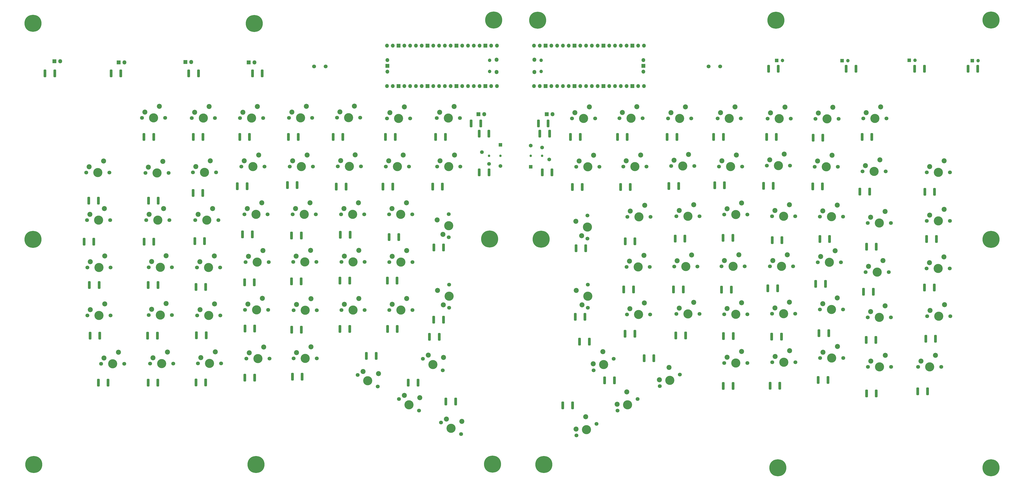
<source format=gbr>
%TF.GenerationSoftware,KiCad,Pcbnew,7.0.1-3b83917a11~172~ubuntu22.04.1*%
%TF.CreationDate,2023-03-22T13:00:23+01:00*%
%TF.ProjectId,Europe-ergo-smd,4575726f-7065-42d6-9572-676f2d736d64,rev?*%
%TF.SameCoordinates,Original*%
%TF.FileFunction,Soldermask,Top*%
%TF.FilePolarity,Negative*%
%FSLAX46Y46*%
G04 Gerber Fmt 4.6, Leading zero omitted, Abs format (unit mm)*
G04 Created by KiCad (PCBNEW 7.0.1-3b83917a11~172~ubuntu22.04.1) date 2023-03-22 13:00:23*
%MOMM*%
%LPD*%
G01*
G04 APERTURE LIST*
G04 Aperture macros list*
%AMRoundRect*
0 Rectangle with rounded corners*
0 $1 Rounding radius*
0 $2 $3 $4 $5 $6 $7 $8 $9 X,Y pos of 4 corners*
0 Add a 4 corners polygon primitive as box body*
4,1,4,$2,$3,$4,$5,$6,$7,$8,$9,$2,$3,0*
0 Add four circle primitives for the rounded corners*
1,1,$1+$1,$2,$3*
1,1,$1+$1,$4,$5*
1,1,$1+$1,$6,$7*
1,1,$1+$1,$8,$9*
0 Add four rect primitives between the rounded corners*
20,1,$1+$1,$2,$3,$4,$5,0*
20,1,$1+$1,$4,$5,$6,$7,0*
20,1,$1+$1,$6,$7,$8,$9,0*
20,1,$1+$1,$8,$9,$2,$3,0*%
G04 Aperture macros list end*
%ADD10RoundRect,0.250000X-0.312500X-1.450000X0.312500X-1.450000X0.312500X1.450000X-0.312500X1.450000X0*%
%ADD11RoundRect,0.250000X0.312500X1.450000X-0.312500X1.450000X-0.312500X-1.450000X0.312500X-1.450000X0*%
%ADD12C,7.500000*%
%ADD13C,1.700000*%
%ADD14C,4.000000*%
%ADD15C,2.200000*%
%ADD16R,1.500000X1.500000*%
%ADD17O,1.500000X1.500000*%
%ADD18R,1.800000X1.800000*%
%ADD19O,1.800000X1.800000*%
%ADD20C,1.100000*%
%ADD21R,1.650000X1.650000*%
%ADD22C,1.650000*%
%ADD23O,1.700000X1.700000*%
%ADD24R,1.700000X1.700000*%
G04 APERTURE END LIST*
D10*
%TO.C,R14*%
X296322500Y-82500000D03*
X300597500Y-82500000D03*
%TD*%
%TO.C,R13*%
X296402500Y-99500000D03*
X300677500Y-99500000D03*
%TD*%
D11*
%TO.C,R12*%
X327227500Y-82500000D03*
X322952500Y-82500000D03*
%TD*%
%TO.C,R11*%
X328307500Y-99500000D03*
X324032500Y-99500000D03*
%TD*%
D10*
%TO.C,R10*%
X322322500Y-78000000D03*
X326597500Y-78000000D03*
%TD*%
%TO.C,R9*%
X510872500Y-54000000D03*
X515147500Y-54000000D03*
%TD*%
D11*
%TO.C,R8*%
X491767500Y-54000000D03*
X487492500Y-54000000D03*
%TD*%
%TO.C,R7*%
X461687500Y-54000000D03*
X457412500Y-54000000D03*
%TD*%
D10*
%TO.C,R6*%
X423332500Y-54000000D03*
X427607500Y-54000000D03*
%TD*%
%TO.C,R5*%
X292782500Y-78000000D03*
X297057500Y-78000000D03*
%TD*%
D11*
%TO.C,R4*%
X201137500Y-56000000D03*
X196862500Y-56000000D03*
%TD*%
%TO.C,R3*%
X173137500Y-56000000D03*
X168862500Y-56000000D03*
%TD*%
D10*
%TO.C,R2*%
X134782500Y-56000000D03*
X139057500Y-56000000D03*
%TD*%
%TO.C,R1*%
X105782500Y-56000000D03*
X110057500Y-56000000D03*
%TD*%
%TO.C,D104*%
X424032500Y-193340000D03*
X428307500Y-193340000D03*
%TD*%
%TO.C,D103*%
X403482500Y-193470000D03*
X407757500Y-193470000D03*
%TD*%
%TO.C,D102*%
X193522500Y-189800000D03*
X197797500Y-189800000D03*
%TD*%
%TO.C,D101*%
X445152500Y-190840000D03*
X449427500Y-190840000D03*
%TD*%
%TO.C,D100*%
X214362500Y-189340000D03*
X218637500Y-189340000D03*
%TD*%
%TO.C,D99*%
X172062500Y-191900000D03*
X176337500Y-191900000D03*
%TD*%
%TO.C,D98*%
X488832500Y-195840000D03*
X493107500Y-195840000D03*
%TD*%
%TO.C,D97*%
X466352500Y-196700000D03*
X470627500Y-196700000D03*
%TD*%
%TO.C,D96*%
X368722500Y-181240000D03*
X372997500Y-181240000D03*
%TD*%
%TO.C,D95*%
X351412500Y-191000000D03*
X355687500Y-191000000D03*
%TD*%
%TO.C,D94*%
X333052500Y-202000000D03*
X337327500Y-202000000D03*
%TD*%
%TO.C,D93*%
X281752100Y-200284700D03*
X286027100Y-200284700D03*
%TD*%
%TO.C,D92*%
X265242500Y-192000000D03*
X269517500Y-192000000D03*
%TD*%
%TO.C,D91*%
X246862500Y-180250000D03*
X251137500Y-180250000D03*
%TD*%
%TO.C,D90*%
X151052500Y-192000000D03*
X155327500Y-192000000D03*
%TD*%
%TO.C,D89*%
X129222500Y-192000000D03*
X133497500Y-192000000D03*
%TD*%
%TO.C,D88*%
X360382500Y-170525000D03*
X364657500Y-170525000D03*
%TD*%
%TO.C,D87*%
X256142500Y-168380000D03*
X260417500Y-168380000D03*
%TD*%
%TO.C,D86*%
X445482500Y-170260000D03*
X449757500Y-170260000D03*
%TD*%
%TO.C,D85*%
X424722500Y-171760000D03*
X428997500Y-171760000D03*
%TD*%
%TO.C,D84*%
X403582500Y-171520000D03*
X407857500Y-171520000D03*
%TD*%
%TO.C,D83*%
X382662500Y-171260000D03*
X386937500Y-171260000D03*
%TD*%
%TO.C,D82*%
X235242500Y-168380000D03*
X239517500Y-168380000D03*
%TD*%
%TO.C,D81*%
X214052500Y-168720000D03*
X218327500Y-168720000D03*
%TD*%
%TO.C,D80*%
X193562500Y-168180000D03*
X197837500Y-168180000D03*
%TD*%
%TO.C,D79*%
X172252500Y-171180000D03*
X176527500Y-171180000D03*
%TD*%
%TO.C,D78*%
X492337500Y-172660000D03*
X496612500Y-172660000D03*
%TD*%
%TO.C,D77*%
X466182500Y-173220000D03*
X470457500Y-173220000D03*
%TD*%
%TO.C,D76*%
X338502500Y-163000000D03*
X342777500Y-163000000D03*
%TD*%
%TO.C,D75*%
X340422500Y-173970600D03*
X344697500Y-173970600D03*
%TD*%
%TO.C,D74*%
X274522500Y-171880000D03*
X278797500Y-171880000D03*
%TD*%
%TO.C,D73*%
X276382500Y-164280000D03*
X280657500Y-164280000D03*
%TD*%
%TO.C,D72*%
X150822500Y-171380000D03*
X155097500Y-171380000D03*
%TD*%
%TO.C,D71*%
X125562500Y-171380000D03*
X129837500Y-171380000D03*
%TD*%
%TO.C,D70*%
X444052500Y-148565000D03*
X448327500Y-148565000D03*
%TD*%
%TO.C,D69*%
X423062500Y-150540000D03*
X427337500Y-150540000D03*
%TD*%
%TO.C,D68*%
X402725000Y-151100000D03*
X407000000Y-151100000D03*
%TD*%
%TO.C,D67*%
X381662500Y-151040000D03*
X385937500Y-151040000D03*
%TD*%
%TO.C,D66*%
X359792500Y-151040000D03*
X364067500Y-151040000D03*
%TD*%
%TO.C,D65*%
X193372500Y-147900000D03*
X197647500Y-147900000D03*
%TD*%
%TO.C,D64*%
X172042500Y-149900000D03*
X176317500Y-149900000D03*
%TD*%
%TO.C,D63*%
X256052500Y-147100000D03*
X260327500Y-147100000D03*
%TD*%
%TO.C,D62*%
X235252500Y-147100000D03*
X239527500Y-147100000D03*
%TD*%
%TO.C,D61*%
X213972500Y-147440000D03*
X218247500Y-147440000D03*
%TD*%
%TO.C,D60*%
X491807500Y-150205000D03*
X496082500Y-150205000D03*
%TD*%
%TO.C,D59*%
X465052500Y-152040000D03*
X469327500Y-152040000D03*
%TD*%
%TO.C,D58*%
X151082500Y-149100000D03*
X155357500Y-149100000D03*
%TD*%
%TO.C,D57*%
X125272500Y-149100000D03*
X129547500Y-149100000D03*
%TD*%
%TO.C,D56*%
X424962500Y-129340000D03*
X429237500Y-129340000D03*
%TD*%
%TO.C,D55*%
X403382500Y-128360000D03*
X407657500Y-128360000D03*
%TD*%
%TO.C,D54*%
X445882500Y-128840000D03*
X450157500Y-128840000D03*
%TD*%
%TO.C,D53*%
X214002500Y-127340000D03*
X218277500Y-127340000D03*
%TD*%
%TO.C,D52*%
X192492500Y-126800000D03*
X196767500Y-126800000D03*
%TD*%
%TO.C,D51*%
X382382500Y-128700000D03*
X386657500Y-128700000D03*
%TD*%
%TO.C,D50*%
X360412500Y-129840000D03*
X364687500Y-129840000D03*
%TD*%
%TO.C,D49*%
X171552500Y-129800000D03*
X175827500Y-129800000D03*
%TD*%
%TO.C,D48*%
X256782500Y-128000000D03*
X261057500Y-128000000D03*
%TD*%
%TO.C,D47*%
X235402500Y-127000000D03*
X239677500Y-127000000D03*
%TD*%
%TO.C,D46*%
X492717500Y-128800000D03*
X496992500Y-128800000D03*
%TD*%
%TO.C,D45*%
X466362500Y-132200000D03*
X470637500Y-132200000D03*
%TD*%
%TO.C,D44*%
X338862500Y-132920000D03*
X343137500Y-132920000D03*
%TD*%
%TO.C,D35*%
X276422500Y-132540000D03*
X280697500Y-132540000D03*
%TD*%
%TO.C,D34*%
X149262500Y-130000000D03*
X153537500Y-130000000D03*
%TD*%
%TO.C,D33*%
X122962500Y-130000000D03*
X127237500Y-130000000D03*
%TD*%
%TO.C,D30*%
X442722500Y-105740000D03*
X446997500Y-105740000D03*
%TD*%
%TO.C,D29*%
X421122500Y-105505000D03*
X425397500Y-105505000D03*
%TD*%
%TO.C,D28*%
X399722500Y-105225000D03*
X403997500Y-105225000D03*
%TD*%
%TO.C,D27*%
X379622500Y-105565000D03*
X383897500Y-105565000D03*
%TD*%
%TO.C,D26*%
X358422500Y-106005000D03*
X362697500Y-106005000D03*
%TD*%
%TO.C,D25*%
X254142500Y-105800000D03*
X258417500Y-105800000D03*
%TD*%
%TO.C,D24*%
X233662500Y-105800000D03*
X237937500Y-105800000D03*
%TD*%
%TO.C,D23*%
X212162500Y-105140000D03*
X216437500Y-105140000D03*
%TD*%
%TO.C,D22*%
X190222500Y-105600000D03*
X194497500Y-105600000D03*
%TD*%
%TO.C,D21*%
X170762500Y-108600000D03*
X175037500Y-108600000D03*
%TD*%
%TO.C,D20*%
X491907500Y-108065000D03*
X496182500Y-108065000D03*
%TD*%
%TO.C,D19*%
X463422500Y-108005000D03*
X467697500Y-108005000D03*
%TD*%
%TO.C,D18*%
X337272500Y-106005000D03*
X341547500Y-106005000D03*
%TD*%
%TO.C,D17*%
X275942500Y-105800000D03*
X280217500Y-105800000D03*
%TD*%
%TO.C,D16*%
X151242500Y-112000000D03*
X155517500Y-112000000D03*
%TD*%
%TO.C,D15*%
X124972500Y-112000000D03*
X129247500Y-112000000D03*
%TD*%
%TO.C,D14*%
X399252500Y-84000000D03*
X403527500Y-84000000D03*
%TD*%
%TO.C,D13*%
X378862500Y-84000000D03*
X383137500Y-84000000D03*
%TD*%
%TO.C,D12*%
X232242500Y-84000000D03*
X236517500Y-84000000D03*
%TD*%
%TO.C,D11*%
X212662500Y-84000000D03*
X216937500Y-84000000D03*
%TD*%
%TO.C,D10*%
X422512500Y-84000000D03*
X426787500Y-84000000D03*
%TD*%
%TO.C,D9*%
X357052500Y-84000000D03*
X361327500Y-84000000D03*
%TD*%
%TO.C,D8*%
X336412500Y-84000000D03*
X340687500Y-84000000D03*
%TD*%
%TO.C,D7*%
X464382500Y-84000000D03*
X468657500Y-84000000D03*
%TD*%
%TO.C,D6*%
X442912500Y-84260000D03*
X447187500Y-84260000D03*
%TD*%
%TO.C,D5*%
X277242500Y-84000000D03*
X281517500Y-84000000D03*
%TD*%
%TO.C,D4*%
X255242500Y-84000000D03*
X259517500Y-84000000D03*
%TD*%
%TO.C,D3*%
X191262500Y-84000000D03*
X195537500Y-84000000D03*
%TD*%
%TO.C,D2*%
X170862500Y-84000000D03*
X175137500Y-84000000D03*
%TD*%
%TO.C,D1*%
X149242500Y-84000000D03*
X153517500Y-84000000D03*
%TD*%
D12*
%TO.C,H13*%
X302750000Y-32600000D03*
%TD*%
D13*
%TO.C,SW41*%
X343900000Y-128700000D03*
D14*
X343900000Y-123620000D03*
D13*
X343900000Y-118540000D03*
D15*
X338820000Y-121080000D03*
X341360000Y-127430000D03*
%TD*%
D13*
%TO.C,SW64*%
X151340000Y-162280000D03*
D14*
X156420000Y-162280000D03*
D13*
X161500000Y-162280000D03*
D15*
X158960000Y-157200000D03*
X152610000Y-159740000D03*
%TD*%
D13*
%TO.C,SW48*%
X492775000Y-120880000D03*
D14*
X497855000Y-120880000D03*
D13*
X502935000Y-120880000D03*
D15*
X500395000Y-115800000D03*
X494045000Y-118340000D03*
%TD*%
D12*
%TO.C,H6*%
X521000000Y-32600000D03*
%TD*%
D16*
%TO.C,D42*%
X512730000Y-50440000D03*
D17*
X515270000Y-50440000D03*
%TD*%
D13*
%TO.C,SW45*%
X424920000Y-118880000D03*
D14*
X430000000Y-118880000D03*
D13*
X435080000Y-118880000D03*
D15*
X432540000Y-113800000D03*
X426190000Y-116340000D03*
%TD*%
D13*
%TO.C,SW76*%
X403920000Y-161960000D03*
D14*
X409000000Y-161960000D03*
D13*
X414080000Y-161960000D03*
D15*
X411540000Y-156880000D03*
X405190000Y-159420000D03*
%TD*%
D13*
%TO.C,SW83*%
X172920000Y-183500000D03*
D14*
X178000000Y-183500000D03*
D13*
X183080000Y-183500000D03*
D15*
X180540000Y-178420000D03*
X174190000Y-180960000D03*
%TD*%
D13*
%TO.C,SW62*%
X492675000Y-141800000D03*
D14*
X497755000Y-141800000D03*
D13*
X502835000Y-141800000D03*
D15*
X500295000Y-136720000D03*
X493945000Y-139260000D03*
%TD*%
D13*
%TO.C,SW47*%
X466920000Y-121840000D03*
D14*
X472000000Y-121840000D03*
D13*
X477080000Y-121840000D03*
D15*
X474540000Y-116760000D03*
X468190000Y-119300000D03*
%TD*%
D12*
%TO.C,H5*%
X100900000Y-228000000D03*
%TD*%
D13*
%TO.C,SW91*%
X375600586Y-193540009D03*
D14*
X379999995Y-191000009D03*
D13*
X384399405Y-188460009D03*
D15*
X379659700Y-185330600D03*
X375430439Y-190705305D03*
%TD*%
D13*
%TO.C,SW75*%
X382920000Y-161800000D03*
D14*
X388000000Y-161800000D03*
D13*
X393080000Y-161800000D03*
D15*
X390540000Y-156720000D03*
X384190000Y-159260000D03*
%TD*%
D12*
%TO.C,H1*%
X100500000Y-34000000D03*
%TD*%
D13*
%TO.C,SW40*%
X283000000Y-128080000D03*
D14*
X283000000Y-123000000D03*
D13*
X283000000Y-117920000D03*
D15*
X277920000Y-120460000D03*
X280460000Y-126810000D03*
%TD*%
D13*
%TO.C,SW61*%
X465920000Y-143380000D03*
D14*
X471000000Y-143380000D03*
D13*
X476080000Y-143380000D03*
D15*
X473540000Y-138300000D03*
X467190000Y-140840000D03*
%TD*%
D13*
%TO.C,SW13*%
X443920000Y-76000000D03*
D14*
X449000000Y-76000000D03*
D13*
X454080000Y-76000000D03*
D15*
X451540000Y-70920000D03*
X445190000Y-73460000D03*
%TD*%
D13*
%TO.C,SW39*%
X256840000Y-118000000D03*
D14*
X261920000Y-118000000D03*
D13*
X267000000Y-118000000D03*
D15*
X264460000Y-112920000D03*
X258110000Y-115460000D03*
%TD*%
D13*
%TO.C,SW36*%
X193340000Y-118000000D03*
D14*
X198420000Y-118000000D03*
D13*
X203500000Y-118000000D03*
D15*
X200960000Y-112920000D03*
X194610000Y-115460000D03*
%TD*%
D12*
%TO.C,H16*%
X427400000Y-229450000D03*
%TD*%
D13*
%TO.C,SW29*%
X422590000Y-96610000D03*
D14*
X427670000Y-96610000D03*
D13*
X432750000Y-96610000D03*
D15*
X430210000Y-91530000D03*
X423860000Y-94070000D03*
%TD*%
D13*
%TO.C,SW58*%
X402730000Y-140840000D03*
D14*
X407810000Y-140840000D03*
D13*
X412890000Y-140840000D03*
D15*
X410350000Y-135760000D03*
X404000000Y-138300000D03*
%TD*%
D13*
%TO.C,SW60*%
X444920000Y-139040000D03*
D14*
X450000000Y-139040000D03*
D13*
X455080000Y-139040000D03*
D15*
X452540000Y-133960000D03*
X446190000Y-136500000D03*
%TD*%
D13*
%TO.C,SW84*%
X194200000Y-181400000D03*
D14*
X199280000Y-181400000D03*
D13*
X204360000Y-181400000D03*
D15*
X201820000Y-176320000D03*
X195470000Y-178860000D03*
%TD*%
D12*
%TO.C,H2*%
X521000000Y-229450000D03*
%TD*%
D13*
%TO.C,SW6*%
X255920000Y-75800000D03*
D14*
X261000000Y-75800000D03*
D13*
X266080000Y-75800000D03*
D15*
X263540000Y-70720000D03*
X257190000Y-73260000D03*
%TD*%
D18*
%TO.C,D38*%
X296000000Y-74000000D03*
D19*
X298540000Y-74000000D03*
%TD*%
D13*
%TO.C,SW50*%
X151350000Y-141300000D03*
D14*
X156430000Y-141300000D03*
D13*
X161510000Y-141300000D03*
D15*
X158970000Y-136220000D03*
X152620000Y-138760000D03*
%TD*%
D13*
%TO.C,SW46*%
X445920000Y-118980000D03*
D14*
X451000000Y-118980000D03*
D13*
X456080000Y-118980000D03*
D15*
X453540000Y-113900000D03*
X447190000Y-116440000D03*
%TD*%
D13*
%TO.C,SW96*%
X488990000Y-185080000D03*
D14*
X494070000Y-185080000D03*
D13*
X499150000Y-185080000D03*
D15*
X496610000Y-180000000D03*
X490260000Y-182540000D03*
%TD*%
D13*
%TO.C,SW44*%
X403920000Y-118100000D03*
D14*
X409000000Y-118100000D03*
D13*
X414080000Y-118100000D03*
D15*
X411540000Y-113020000D03*
X405190000Y-115560000D03*
%TD*%
D13*
%TO.C,SW34*%
X150220000Y-120500000D03*
D14*
X155300000Y-120500000D03*
D13*
X160380000Y-120500000D03*
D15*
X157840000Y-115420000D03*
X151490000Y-117960000D03*
%TD*%
D13*
%TO.C,SW22*%
X234320000Y-96900000D03*
D14*
X239400000Y-96900000D03*
D13*
X244480000Y-96900000D03*
D15*
X241940000Y-91820000D03*
X235590000Y-94360000D03*
%TD*%
D13*
%TO.C,SW18*%
X149920000Y-99800000D03*
D14*
X155000000Y-99800000D03*
D13*
X160080000Y-99800000D03*
D15*
X157540000Y-94720000D03*
X151190000Y-97260000D03*
%TD*%
D13*
%TO.C,SW80*%
X492975000Y-162800000D03*
D14*
X498055000Y-162800000D03*
D13*
X503135000Y-162800000D03*
D15*
X500595000Y-157720000D03*
X494245000Y-160260000D03*
%TD*%
D13*
%TO.C,SW17*%
X123880000Y-99600000D03*
D14*
X128960000Y-99600000D03*
D13*
X134040000Y-99600000D03*
D15*
X131500000Y-94520000D03*
X125150000Y-97060000D03*
%TD*%
D13*
%TO.C,SW2*%
X170180000Y-75700000D03*
D14*
X175260000Y-75700000D03*
D13*
X180340000Y-75700000D03*
D15*
X177800000Y-70620000D03*
X171450000Y-73160000D03*
%TD*%
D13*
%TO.C,SW42*%
X361350000Y-119080000D03*
D14*
X366430000Y-119080000D03*
D13*
X371510000Y-119080000D03*
D15*
X368970000Y-114000000D03*
X362620000Y-116540000D03*
%TD*%
D13*
%TO.C,SW9*%
X357920000Y-75740000D03*
D14*
X363000000Y-75740000D03*
D13*
X368080000Y-75740000D03*
D15*
X365540000Y-70660000D03*
X359190000Y-73200000D03*
%TD*%
D13*
%TO.C,SW19*%
X170730000Y-99540000D03*
D14*
X175810000Y-99540000D03*
D13*
X180890000Y-99540000D03*
D15*
X178350000Y-94460000D03*
X172000000Y-97000000D03*
%TD*%
D12*
%TO.C,H10*%
X322000000Y-32650000D03*
%TD*%
D13*
%TO.C,SW70*%
X283180000Y-159080000D03*
D14*
X283180000Y-154000000D03*
D13*
X283180000Y-148920000D03*
D15*
X278100000Y-151460000D03*
X280640000Y-157810000D03*
%TD*%
D13*
%TO.C,SW11*%
X401000000Y-75860000D03*
D14*
X406080000Y-75860000D03*
D13*
X411160000Y-75860000D03*
D15*
X408620000Y-70780000D03*
X402270000Y-73320000D03*
%TD*%
D13*
%TO.C,SW89*%
X339010586Y-215200009D03*
D14*
X343409995Y-212660009D03*
D13*
X347809405Y-210120009D03*
D15*
X343069700Y-206990600D03*
X338840439Y-212365305D03*
%TD*%
D16*
%TO.C,D40*%
X455614700Y-50440000D03*
D17*
X458154700Y-50440000D03*
%TD*%
D13*
%TO.C,SW94*%
X445990000Y-181180000D03*
D14*
X451070000Y-181180000D03*
D13*
X456150000Y-181180000D03*
D15*
X453610000Y-176100000D03*
X447260000Y-178640000D03*
%TD*%
D13*
%TO.C,SW1*%
X148380000Y-75600000D03*
D14*
X153460000Y-75600000D03*
D13*
X158540000Y-75600000D03*
D15*
X156000000Y-70520000D03*
X149650000Y-73060000D03*
%TD*%
D12*
%TO.C,H8*%
X426550000Y-32650000D03*
%TD*%
D13*
%TO.C,SW53*%
X214760000Y-138940000D03*
D14*
X219840000Y-138940000D03*
D13*
X224920000Y-138940000D03*
D15*
X222380000Y-133860000D03*
X216030000Y-136400000D03*
%TD*%
D13*
%TO.C,SW56*%
X361050000Y-141080000D03*
D14*
X366130000Y-141080000D03*
D13*
X371210000Y-141080000D03*
D15*
X368670000Y-136000000D03*
X362320000Y-138540000D03*
%TD*%
D13*
%TO.C,SW72*%
X346600586Y-186540009D03*
D14*
X350999995Y-184000009D03*
D13*
X355399405Y-181460009D03*
D15*
X350659700Y-178330600D03*
X346430439Y-183705305D03*
%TD*%
D13*
%TO.C,SW78*%
X445920000Y-159800000D03*
D14*
X451000000Y-159800000D03*
D13*
X456080000Y-159800000D03*
D15*
X453540000Y-154720000D03*
X447190000Y-157260000D03*
%TD*%
D13*
%TO.C,SW77*%
X424920000Y-161720000D03*
D14*
X430000000Y-161720000D03*
D13*
X435080000Y-161720000D03*
D15*
X432540000Y-156640000D03*
X426190000Y-159180000D03*
%TD*%
D13*
%TO.C,SW28*%
X401590000Y-97000000D03*
D14*
X406670000Y-97000000D03*
D13*
X411750000Y-97000000D03*
D15*
X409210000Y-91920000D03*
X402860000Y-94460000D03*
%TD*%
D18*
%TO.C,D32*%
X138100000Y-51200000D03*
D19*
X140640000Y-51200000D03*
%TD*%
D13*
%TO.C,SW95*%
X466990000Y-185080000D03*
D14*
X472070000Y-185080000D03*
D13*
X477150000Y-185080000D03*
D15*
X474610000Y-180000000D03*
X468260000Y-182540000D03*
%TD*%
D13*
%TO.C,SW3*%
X191380000Y-75700000D03*
D14*
X196460000Y-75700000D03*
D13*
X201540000Y-75700000D03*
D15*
X199000000Y-70620000D03*
X192650000Y-73160000D03*
%TD*%
D13*
%TO.C,SW7*%
X277720000Y-75700000D03*
D14*
X282800000Y-75700000D03*
D13*
X287880000Y-75700000D03*
D15*
X285340000Y-70620000D03*
X278990000Y-73160000D03*
%TD*%
D13*
%TO.C,SW55*%
X256920000Y-139000000D03*
D14*
X262000000Y-139000000D03*
D13*
X267080000Y-139000000D03*
D15*
X264540000Y-133920000D03*
X258190000Y-136460000D03*
%TD*%
D13*
%TO.C,SW57*%
X381920000Y-140980000D03*
D14*
X387000000Y-140980000D03*
D13*
X392080000Y-140980000D03*
D15*
X389540000Y-135900000D03*
X383190000Y-138440000D03*
%TD*%
D12*
%TO.C,H15*%
X302200000Y-227800000D03*
%TD*%
%TO.C,H9*%
X300900000Y-128800000D03*
%TD*%
%TO.C,H7*%
X100500000Y-129000000D03*
%TD*%
%TO.C,H4*%
X521000000Y-129000000D03*
%TD*%
D13*
%TO.C,SW14*%
X464920000Y-75840000D03*
D14*
X470000000Y-75840000D03*
D13*
X475080000Y-75840000D03*
D15*
X472540000Y-70760000D03*
X466190000Y-73300000D03*
%TD*%
D13*
%TO.C,SW52*%
X193840000Y-139000000D03*
D14*
X198920000Y-139000000D03*
D13*
X204000000Y-139000000D03*
D15*
X201460000Y-133920000D03*
X195110000Y-136460000D03*
%TD*%
D16*
%TO.C,D39*%
X426914700Y-50340000D03*
D17*
X429454700Y-50340000D03*
%TD*%
D13*
%TO.C,SW71*%
X271600586Y-181460009D03*
D14*
X275999995Y-184000009D03*
D13*
X280399405Y-186540009D03*
D15*
X280739700Y-180870600D03*
X273970439Y-179895305D03*
%TD*%
D13*
%TO.C,SW67*%
X214920000Y-160120000D03*
D14*
X220000000Y-160120000D03*
D13*
X225080000Y-160120000D03*
D15*
X222540000Y-155040000D03*
X216190000Y-157580000D03*
%TD*%
D13*
%TO.C,SW49*%
X124380000Y-141400000D03*
D14*
X129460000Y-141400000D03*
D13*
X134540000Y-141400000D03*
D15*
X132000000Y-136320000D03*
X125650000Y-138860000D03*
%TD*%
D13*
%TO.C,SW21*%
X213220000Y-97040000D03*
D14*
X218300000Y-97040000D03*
D13*
X223380000Y-97040000D03*
D15*
X220840000Y-91960000D03*
X214490000Y-94500000D03*
%TD*%
D13*
%TO.C,SW82*%
X151920000Y-183580000D03*
D14*
X157000000Y-183580000D03*
D13*
X162080000Y-183580000D03*
D15*
X159540000Y-178500000D03*
X153190000Y-181040000D03*
%TD*%
D12*
%TO.C,H14*%
X324750000Y-228000000D03*
%TD*%
D13*
%TO.C,SW27*%
X380590000Y-96740000D03*
D14*
X385670000Y-96740000D03*
D13*
X390750000Y-96740000D03*
D15*
X388210000Y-91660000D03*
X381860000Y-94200000D03*
%TD*%
D18*
%TO.C,D31*%
X109900000Y-50700000D03*
D19*
X112440000Y-50700000D03*
%TD*%
D13*
%TO.C,SW32*%
X492775000Y-99540000D03*
D14*
X497855000Y-99540000D03*
D13*
X502935000Y-99540000D03*
D15*
X500395000Y-94460000D03*
X494045000Y-97000000D03*
%TD*%
D13*
%TO.C,SW79*%
X466920000Y-163260000D03*
D14*
X472000000Y-163260000D03*
D13*
X477080000Y-163260000D03*
D15*
X474540000Y-158180000D03*
X468190000Y-160720000D03*
%TD*%
D13*
%TO.C,SW66*%
X193580000Y-159980000D03*
D14*
X198660000Y-159980000D03*
D13*
X203740000Y-159980000D03*
D15*
X201200000Y-154900000D03*
X194850000Y-157440000D03*
%TD*%
D13*
%TO.C,SW63*%
X124380000Y-162480000D03*
D14*
X129460000Y-162480000D03*
D13*
X134540000Y-162480000D03*
D15*
X132000000Y-157400000D03*
X125650000Y-159940000D03*
%TD*%
D13*
%TO.C,SW90*%
X357070586Y-204300009D03*
D14*
X361469995Y-201760009D03*
D13*
X365869405Y-199220009D03*
D15*
X361129700Y-196090600D03*
X356900439Y-201465305D03*
%TD*%
D13*
%TO.C,SW92*%
X403920000Y-183340000D03*
D14*
X409000000Y-183340000D03*
D13*
X414080000Y-183340000D03*
D15*
X411540000Y-178260000D03*
X405190000Y-180800000D03*
%TD*%
D18*
%TO.C,D43*%
X326000000Y-74000000D03*
D19*
X328540000Y-74000000D03*
%TD*%
D13*
%TO.C,SW87*%
X261140586Y-199180009D03*
D14*
X265539995Y-201720009D03*
D13*
X269939405Y-204260009D03*
D15*
X270279700Y-198590600D03*
X263510439Y-197615305D03*
%TD*%
D13*
%TO.C,SW4*%
X212920000Y-75600000D03*
D14*
X218000000Y-75600000D03*
D13*
X223080000Y-75600000D03*
D15*
X220540000Y-70520000D03*
X214190000Y-73060000D03*
%TD*%
D13*
%TO.C,SW37*%
X214460000Y-118040000D03*
D14*
X219540000Y-118040000D03*
D13*
X224620000Y-118040000D03*
D15*
X222080000Y-112960000D03*
X215730000Y-115500000D03*
%TD*%
D13*
%TO.C,SW33*%
X124240000Y-120500000D03*
D14*
X129320000Y-120500000D03*
D13*
X134400000Y-120500000D03*
D15*
X131860000Y-115420000D03*
X125510000Y-117960000D03*
%TD*%
D13*
%TO.C,SW51*%
X172530000Y-141400000D03*
D14*
X177610000Y-141400000D03*
D13*
X182690000Y-141400000D03*
D15*
X180150000Y-136320000D03*
X173800000Y-138860000D03*
%TD*%
D13*
%TO.C,SW5*%
X233920000Y-75500000D03*
D14*
X239000000Y-75500000D03*
D13*
X244080000Y-75500000D03*
D15*
X241540000Y-70420000D03*
X235190000Y-72960000D03*
%TD*%
D13*
%TO.C,SW12*%
X422920000Y-75940000D03*
D14*
X428000000Y-75940000D03*
D13*
X433080000Y-75940000D03*
D15*
X430540000Y-70860000D03*
X424190000Y-73400000D03*
%TD*%
D12*
%TO.C,H11*%
X198400000Y-228000000D03*
%TD*%
D13*
%TO.C,SW31*%
X464590000Y-99080000D03*
D14*
X469670000Y-99080000D03*
D13*
X474750000Y-99080000D03*
D15*
X472210000Y-94000000D03*
X465860000Y-96540000D03*
%TD*%
D12*
%TO.C,H12*%
X323550000Y-128900000D03*
%TD*%
D13*
%TO.C,SW43*%
X382920000Y-118840000D03*
D14*
X388000000Y-118840000D03*
D13*
X393080000Y-118840000D03*
D15*
X390540000Y-113760000D03*
X384190000Y-116300000D03*
%TD*%
D13*
%TO.C,SW85*%
X214920000Y-181340000D03*
D14*
X220000000Y-181340000D03*
D13*
X225080000Y-181340000D03*
D15*
X222540000Y-176260000D03*
X216190000Y-178800000D03*
%TD*%
D18*
%TO.C,D37*%
X195200000Y-51200000D03*
D19*
X197740000Y-51200000D03*
%TD*%
D13*
%TO.C,SW8*%
X337050000Y-75840000D03*
D14*
X342130000Y-75840000D03*
D13*
X347210000Y-75840000D03*
D15*
X344670000Y-70760000D03*
X338320000Y-73300000D03*
%TD*%
D13*
%TO.C,SW10*%
X379260000Y-75840000D03*
D14*
X384340000Y-75840000D03*
D13*
X389420000Y-75840000D03*
D15*
X386880000Y-70760000D03*
X380530000Y-73300000D03*
%TD*%
D13*
%TO.C,SW68*%
X235920000Y-160080000D03*
D14*
X241000000Y-160080000D03*
D13*
X246080000Y-160080000D03*
D15*
X243540000Y-155000000D03*
X237190000Y-157540000D03*
%TD*%
D13*
%TO.C,SW26*%
X359590000Y-96980000D03*
D14*
X364670000Y-96980000D03*
D13*
X369750000Y-96980000D03*
D15*
X367210000Y-91900000D03*
X360860000Y-94440000D03*
%TD*%
D13*
%TO.C,SW24*%
X277920000Y-97000000D03*
D14*
X283000000Y-97000000D03*
D13*
X288080000Y-97000000D03*
D15*
X285540000Y-91920000D03*
X279190000Y-94460000D03*
%TD*%
D13*
%TO.C,SW38*%
X235760000Y-118000000D03*
D14*
X240840000Y-118000000D03*
D13*
X245920000Y-118000000D03*
D15*
X243380000Y-112920000D03*
X237030000Y-115460000D03*
%TD*%
D13*
%TO.C,SW35*%
X171730000Y-120540000D03*
D14*
X176810000Y-120540000D03*
D13*
X181890000Y-120540000D03*
D15*
X179350000Y-115460000D03*
X173000000Y-118000000D03*
%TD*%
D13*
%TO.C,SW81*%
X130380000Y-183680000D03*
D14*
X135460000Y-183680000D03*
D13*
X140540000Y-183680000D03*
D15*
X138000000Y-178600000D03*
X131650000Y-181140000D03*
%TD*%
D12*
%TO.C,H3*%
X197600000Y-34100000D03*
%TD*%
D13*
%TO.C,SW20*%
X192000000Y-97000000D03*
D14*
X197080000Y-97000000D03*
D13*
X202160000Y-97000000D03*
D15*
X199620000Y-91920000D03*
X193270000Y-94460000D03*
%TD*%
D13*
%TO.C,SW88*%
X279630186Y-209564709D03*
D14*
X284029595Y-212104709D03*
D13*
X288429005Y-214644709D03*
D15*
X288769300Y-208975300D03*
X282000039Y-208000005D03*
%TD*%
D13*
%TO.C,SW86*%
X243060586Y-188630009D03*
D14*
X247459995Y-191170009D03*
D13*
X251859405Y-193710009D03*
D15*
X252199700Y-188040600D03*
X245430439Y-187065305D03*
%TD*%
D13*
%TO.C,SW23*%
X255420000Y-97000000D03*
D14*
X260500000Y-97000000D03*
D13*
X265580000Y-97000000D03*
D15*
X263040000Y-91920000D03*
X256690000Y-94460000D03*
%TD*%
D13*
%TO.C,SW73*%
X344000000Y-159080000D03*
D14*
X344000000Y-154000000D03*
D13*
X344000000Y-148920000D03*
D15*
X338920000Y-151460000D03*
X341460000Y-157810000D03*
%TD*%
D13*
%TO.C,SW54*%
X235940000Y-138900000D03*
D14*
X241020000Y-138900000D03*
D13*
X246100000Y-138900000D03*
D15*
X243560000Y-133820000D03*
X237210000Y-136360000D03*
%TD*%
D13*
%TO.C,SW69*%
X256920000Y-160080000D03*
D14*
X262000000Y-160080000D03*
D13*
X267080000Y-160080000D03*
D15*
X264540000Y-155000000D03*
X258190000Y-157540000D03*
%TD*%
D13*
%TO.C,SW74*%
X361250000Y-162000000D03*
D14*
X366330000Y-162000000D03*
D13*
X371410000Y-162000000D03*
D15*
X368870000Y-156920000D03*
X362520000Y-159460000D03*
%TD*%
D13*
%TO.C,SW93*%
X424990000Y-182980000D03*
D14*
X430070000Y-182980000D03*
D13*
X435150000Y-182980000D03*
D15*
X432610000Y-177900000D03*
X426260000Y-180440000D03*
%TD*%
D13*
%TO.C,SW65*%
X172580000Y-162480000D03*
D14*
X177660000Y-162480000D03*
D13*
X182740000Y-162480000D03*
D15*
X180200000Y-157400000D03*
X173850000Y-159940000D03*
%TD*%
D18*
%TO.C,D36*%
X167400000Y-51000000D03*
D19*
X169940000Y-51000000D03*
%TD*%
D13*
%TO.C,SW30*%
X443590000Y-97080000D03*
D14*
X448670000Y-97080000D03*
D13*
X453750000Y-97080000D03*
D15*
X451210000Y-92000000D03*
X444860000Y-94540000D03*
%TD*%
D16*
%TO.C,D41*%
X485114700Y-50240000D03*
D17*
X487654700Y-50240000D03*
%TD*%
D13*
%TO.C,SW59*%
X423920000Y-140880000D03*
D14*
X429000000Y-140880000D03*
D13*
X434080000Y-140880000D03*
D15*
X431540000Y-135800000D03*
X425190000Y-138340000D03*
%TD*%
D13*
%TO.C,SW25*%
X338920000Y-97080000D03*
D14*
X344000000Y-97080000D03*
D13*
X349080000Y-97080000D03*
D15*
X346540000Y-92000000D03*
X340190000Y-94540000D03*
%TD*%
D13*
%TO.C,SW16*%
X397010000Y-53000000D03*
X402090000Y-53000000D03*
%TD*%
D20*
%TO.C,J2*%
X318975000Y-92250000D03*
X323975000Y-92250000D03*
D21*
X318975000Y-97050000D03*
D22*
X323975000Y-88650000D03*
X327075000Y-93850000D03*
X318975000Y-87750000D03*
%TD*%
D19*
%TO.C,U1*%
X304000000Y-55450000D03*
D17*
X300970000Y-55150000D03*
X300970000Y-50300000D03*
D19*
X304000000Y-50000000D03*
D23*
X304130000Y-61615000D03*
X301590000Y-61615000D03*
D24*
X299050000Y-61615000D03*
D23*
X296510000Y-61615000D03*
X293970000Y-61615000D03*
X291430000Y-61615000D03*
X288890000Y-61615000D03*
D24*
X286350000Y-61615000D03*
D23*
X283810000Y-61615000D03*
X281270000Y-61615000D03*
X278730000Y-61615000D03*
X276190000Y-61615000D03*
D24*
X273650000Y-61615000D03*
D23*
X271110000Y-61615000D03*
X268570000Y-61615000D03*
X266030000Y-61615000D03*
X263490000Y-61615000D03*
D24*
X260950000Y-61615000D03*
D23*
X258410000Y-61615000D03*
X255870000Y-61615000D03*
X255870000Y-43835000D03*
X258410000Y-43835000D03*
D24*
X260950000Y-43835000D03*
D23*
X263490000Y-43835000D03*
X266030000Y-43835000D03*
X268570000Y-43835000D03*
X271110000Y-43835000D03*
D24*
X273650000Y-43835000D03*
D23*
X276190000Y-43835000D03*
X278730000Y-43835000D03*
X281270000Y-43835000D03*
X283810000Y-43835000D03*
D24*
X286350000Y-43835000D03*
D23*
X288890000Y-43835000D03*
X291430000Y-43835000D03*
X293970000Y-43835000D03*
X296510000Y-43835000D03*
D24*
X299050000Y-43835000D03*
D23*
X301590000Y-43835000D03*
X304130000Y-43835000D03*
X256100000Y-55265000D03*
D24*
X256100000Y-52725000D03*
D23*
X256100000Y-50185000D03*
%TD*%
D19*
%TO.C,U2*%
X320550000Y-50000000D03*
D17*
X323580000Y-50300000D03*
X323580000Y-55150000D03*
D19*
X320550000Y-55450000D03*
D23*
X320420000Y-43835000D03*
X322960000Y-43835000D03*
D24*
X325500000Y-43835000D03*
D23*
X328040000Y-43835000D03*
X330580000Y-43835000D03*
X333120000Y-43835000D03*
X335660000Y-43835000D03*
D24*
X338200000Y-43835000D03*
D23*
X340740000Y-43835000D03*
X343280000Y-43835000D03*
X345820000Y-43835000D03*
X348360000Y-43835000D03*
D24*
X350900000Y-43835000D03*
D23*
X353440000Y-43835000D03*
X355980000Y-43835000D03*
X358520000Y-43835000D03*
X361060000Y-43835000D03*
D24*
X363600000Y-43835000D03*
D23*
X366140000Y-43835000D03*
X368680000Y-43835000D03*
X368680000Y-61615000D03*
X366140000Y-61615000D03*
D24*
X363600000Y-61615000D03*
D23*
X361060000Y-61615000D03*
X358520000Y-61615000D03*
X355980000Y-61615000D03*
X353440000Y-61615000D03*
D24*
X350900000Y-61615000D03*
D23*
X348360000Y-61615000D03*
X345820000Y-61615000D03*
X343280000Y-61615000D03*
X340740000Y-61615000D03*
D24*
X338200000Y-61615000D03*
D23*
X335660000Y-61615000D03*
X333120000Y-61615000D03*
X330580000Y-61615000D03*
X328040000Y-61615000D03*
D24*
X325500000Y-61615000D03*
D23*
X322960000Y-61615000D03*
X320420000Y-61615000D03*
X368450000Y-50185000D03*
D24*
X368450000Y-52725000D03*
D23*
X368450000Y-55265000D03*
%TD*%
D13*
%TO.C,SW15*%
X229000000Y-53000000D03*
X223920000Y-53000000D03*
%TD*%
D20*
%TO.C,J1*%
X305670000Y-92230000D03*
X300670000Y-92230000D03*
D21*
X305670000Y-87430000D03*
D22*
X300670000Y-95830000D03*
X297570000Y-90630000D03*
X305670000Y-96730000D03*
%TD*%
M02*

</source>
